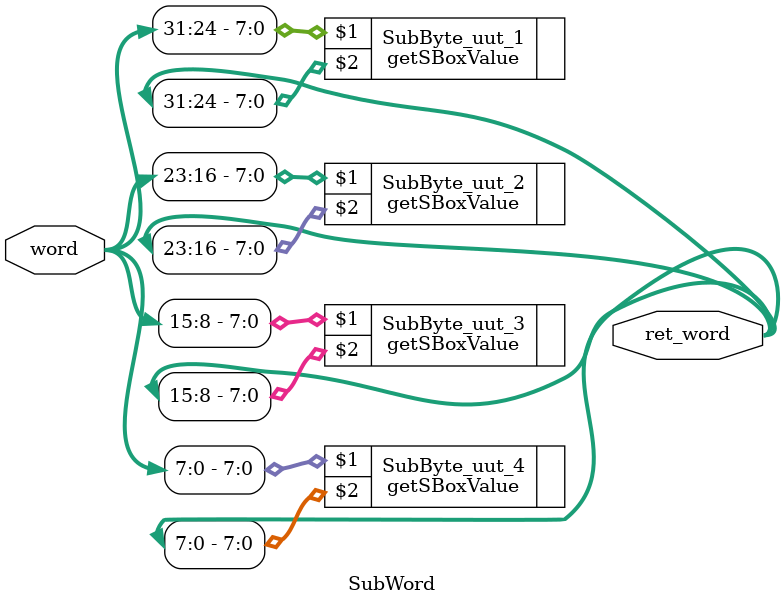
<source format=v>
`timescale 1 ns / 1 ns

module SubWord(word, ret_word);
    input   [31:0] word;  // uint32
    output  [31:0] ret_word;  // uint32
    
    getSBoxValue SubByte_uut_1(word[31:24], ret_word[31:24]);
    getSBoxValue SubByte_uut_2(word[23:16], ret_word[23:16]);
    getSBoxValue SubByte_uut_3(word[15:8], ret_word[15:8]);
    getSBoxValue SubByte_uut_4(word[7:0], ret_word[7:0]);
    
endmodule

</source>
